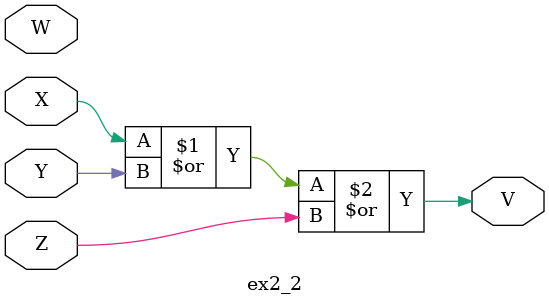
<source format=v>
module test2;
    reg W, X, Y, Z;
    wire V;
    ex2_2 cwd(W, X, Y, Z, V);
    initial begin
        //1000
        W = 1'b1; X = 1'b0; Y = 1'b0; Z = 1'b0;
        #10
        //1001
        W = 1'b1; X = 1'b0; Y = 1'b0; Z = 1'b1;
        #10
        //1010
        W = 1'b1; X = 1'b0; Y = 1'b1; Z = 1'b0;
        #10
        //1011
        W = 1'b1; X = 1'b0; Y = 1'b1; Z = 1'b1;
        #10
        //1100
        W = 1'b1; X = 1'b1; Y = 1'b0; Z = 1'b0;
        #10
        //1101
        W = 1'b1; X = 1'b1; Y = 1'b0; Z = 1'b1;
        #10
        //1110
        W = 1'b1; X = 1'b1; Y = 1'b1; Z = 1'b0;
        #10
        //1111
        W = 1'b1; X = 1'b1; Y = 1'b1; Z = 1'b1;
        #10
        //0000
        W = 1'b0; X = 1'b0; Y = 1'b0; Z = 1'b0;
        #10
        //0001
        W = 1'b0; X = 1'b0; Y = 1'b0; Z = 1'b1;
        #10
        //0010
        W = 1'b0; X = 1'b0; Y = 1'b1; Z = 1'b0;
        #10
        //0011
        W = 1'b0; X = 1'b0; Y = 1'b1; Z = 1'b1;
        #10
        //0100
        W = 1'b0; X = 1'b1; Y = 1'b0; Z = 1'b0;
        #10
        //0101
        W = 1'b0; X = 1'b1; Y = 1'b0; Z = 1'b1;
        #10
        //0110
        W = 1'b0; X = 1'b1; Y = 1'b1; Z = 1'b0;
        #10
        //0111
        W = 1'b0; X = 1'b1; Y = 1'b1; Z = 1'b1;
        #10
        $finish;
    end
    
endmodule // test2

module ex2_2(W, X, Y, Z, V);
    input W, X, Y, Z;
    output V;
    assign V = X|Y|Z;

endmodule // ex2_2

</source>
